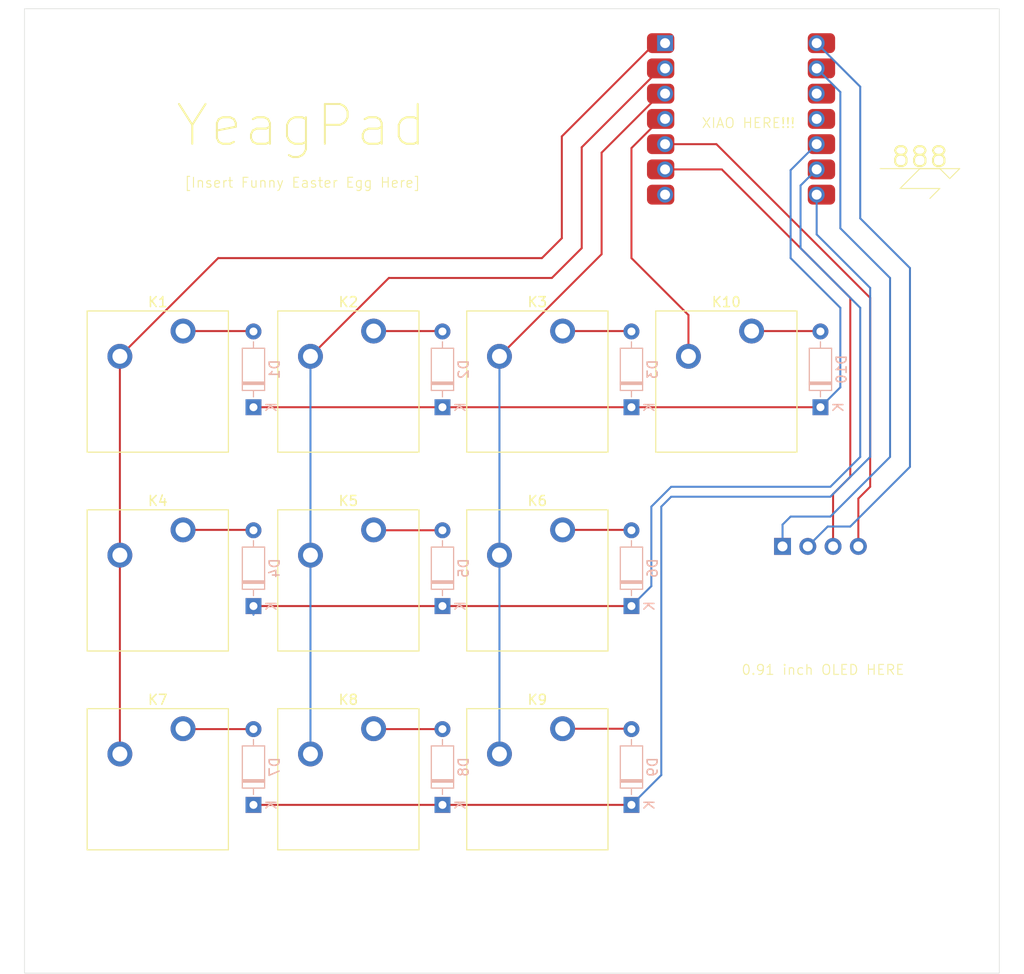
<source format=kicad_pcb>
(kicad_pcb (version 20240108) (generator "pcbnew") (generator_version "8.0")
  (layers (0 "F.Cu" signal) (31 "B.Cu" signal) (34 "B.Paste" user) (35 "F.Paste" user) (36 "B.SilkS" user "B.Silkscreen") (37 "F.SilkS" user "F.Silkscreen") (38 "B.Mask" user) (39 "F.Mask" user) (44 "Edge.Cuts" user))
  (net 0 "")
  (net 1 "Row 0")
  (net 2 "Net-(D1-A)")
  (net 3 "Net-(D2-A)")
  (net 4 "Net-(D3-A)")
  (net 5 "Row 1")
  (net 6 "Net-(D4-A)")
  (net 7 "Net-(D5-A)")
  (net 8 "Net-(D6-A)")
  (net 9 "Net-(D7-A)")
  (net 10 "Net-(D8-A)")
  (net 11 "Row 2")
  (net 12 "Net-(D9-A)")
  (net 13 "Net-(D10-A)")
  (net 14 "SDA")
  (net 15 "GND")
  (net 16 "SCL")
  (net 17 "VCC")
  (net 18 "Column 0")
  (net 19 "Column 1")
  (net 20 "Column 2")
  (net 21 "Column 4")
  (net 23 "+3V3")
  (footprint "ScottoKeebs_Components:OLED_128x64" (layer "F.Cu") (at 224 90)
    (property "Reference" "J1" (hide yes))
    (property "Value" "OLED_128x64")
    (pad "1" thru_hole rect (at -3.81 0 90) (size 1.7 1.7) (drill 1) (layers "*.Cu" "*.Mask") (net 15 "GND"))
    (pad "2" thru_hole oval (at -1.27 0 90) (size 1.7 1.7) (drill 1) (layers "*.Cu" "*.Mask") (net 17 "VCC"))
    (pad "3" thru_hole oval (at 1.27 0 90) (size 1.7 1.7) (drill 1) (layers "*.Cu" "*.Mask") (net 16 "SCL"))
    (pad "4" thru_hole oval (at 3.81 0 90) (size 1.7 1.7) (drill 1) (layers "*.Cu" "*.Mask") (net 14 "SDA"))
  )
  (footprint "MountingHole:MountingHole_3.2mm_M3" (layer "F.Cu") (at 235 43)
    (property "Reference" "REF**" (hide yes))
    (property "Value" "MountingHole_3.2mm_M3")
    (pad "" np_thru_hole circle (at 0 0) (size 3.2 3.2) (drill 3.2) (layers "*.Cu" "*.Mask"))
  )
  (footprint "ScottoKeebs_MCU:Seeed_XIAO_RP2040" (layer "F.Cu") (at 216 47)
    (property "Reference" "U1" (hide yes))
    (property "Value" "XIAO-RP2040-DIP")
    (pad "1" smd roundrect (at -8.065 -7.62) (size 2.75 2) (layers "F.Cu" "F.Paste" "F.Mask") (net 18 "Column 0"))
    (pad "1" thru_hole rect (at -7.62 -7.62 90) (size 1.6 1.6) (drill 1) (layers "*.Cu" "*.Mask") (net 18 "Column 0"))
    (pad "2" smd roundrect (at -8.065 -5.08) (size 2.75 2) (layers "F.Cu" "F.Paste" "F.Mask") (net 19 "Column 1"))
    (pad "2" thru_hole circle (at -7.62 -5.08 90) (size 1.6 1.6) (drill 1) (layers "*.Cu" "*.Mask") (net 19 "Column 1"))
    (pad "3" smd roundrect (at -8.065 -2.54) (size 2.75 2) (layers "F.Cu" "F.Paste" "F.Mask") (net 20 "Column 2"))
    (pad "3" thru_hole circle (at -7.62 -2.54 90) (size 1.6 1.6) (drill 1) (layers "*.Cu" "*.Mask") (net 20 "Column 2"))
    (pad "4" smd roundrect (at -8.065 0) (size 2.75 2) (layers "F.Cu" "F.Paste" "F.Mask") (net 21 "Column 4"))
    (pad "4" thru_hole circle (at -7.62 0 90) (size 1.6 1.6) (drill 1) (layers "*.Cu" "*.Mask") (net 21 "Column 4"))
    (pad "5" smd roundrect (at -8.065 2.54) (size 2.75 2) (layers "F.Cu" "F.Paste" "F.Mask") (net 14 "SDA"))
    (pad "5" thru_hole circle (at -7.62 2.54 90) (size 1.6 1.6) (drill 1) (layers "*.Cu" "*.Mask") (net 14 "SDA"))
    (pad "6" smd roundrect (at -8.065 5.08) (size 2.75 2) (layers "F.Cu" "F.Paste" "F.Mask") (net 16 "SCL"))
    (pad "6" thru_hole circle (at -7.62 5.08 90) (size 1.6 1.6) (drill 1) (layers "*.Cu" "*.Mask") (net 16 "SCL"))
    (pad "7" smd roundrect (at -8.065 7.62) (size 2.75 2) (layers "F.Cu" "F.Paste" "F.Mask"))
    (pad "7" thru_hole circle (at -7.62 7.62 90) (size 1.6 1.6) (drill 1) (layers "*.Cu" "*.Mask"))
    (pad "8" thru_hole circle (at 7.62 7.62 90) (size 1.6 1.6) (drill 1) (layers "*.Cu" "*.Mask") (net 11 "Row 2"))
    (pad "8" smd roundrect (at 8.1 7.62) (size 2.75 2) (layers "F.Cu" "F.Paste" "F.Mask") (net 11 "Row 2"))
    (pad "9" thru_hole circle (at 7.62 5.08 90) (size 1.6 1.6) (drill 1) (layers "*.Cu" "*.Mask") (net 5 "Row 1"))
    (pad "9" smd roundrect (at 8.1 5.08) (size 2.75 2) (layers "F.Cu" "F.Paste" "F.Mask") (net 5 "Row 1"))
    (pad "10" thru_hole circle (at 7.62 2.54 90) (size 1.6 1.6) (drill 1) (layers "*.Cu" "*.Mask") (net 1 "Row 0"))
    (pad "10" smd roundrect (at 8.1 2.54) (size 2.75 2) (layers "F.Cu" "F.Paste" "F.Mask") (net 1 "Row 0"))
    (pad "11" thru_hole circle (at 7.62 0 90) (size 1.6 1.6) (drill 1) (layers "*.Cu" "*.Mask"))
    (pad "11" smd roundrect (at 8.1 0) (size 2.75 2) (layers "F.Cu" "F.Paste" "F.Mask"))
    (pad "12" thru_hole circle (at 7.62 -2.54 90) (size 1.6 1.6) (drill 1) (layers "*.Cu" "*.Mask") (net 23 "+3V3"))
    (pad "12" smd roundrect (at 8.1 -2.54) (size 2.75 2) (layers "F.Cu" "F.Paste" "F.Mask") (net 23 "+3V3"))
    (pad "13" thru_hole circle (at 7.62 -5.08 90) (size 1.6 1.6) (drill 1) (layers "*.Cu" "*.Mask") (net 15 "GND"))
    (pad "13" smd roundrect (at 8.1 -5.08) (size 2.75 2) (layers "F.Cu" "F.Paste" "F.Mask") (net 15 "GND"))
    (pad "14" thru_hole circle (at 7.62 -7.62 90) (size 1.6 1.6) (drill 1) (layers "*.Cu" "*.Mask") (net 17 "VCC"))
    (pad "14" smd roundrect (at 8.1 -7.62) (size 2.75 2) (layers "F.Cu" "F.Paste" "F.Mask") (net 17 "VCC"))
  )
  (footprint "MountingHole:MountingHole_3.2mm_M3" (layer "F.Cu") (at 235 128)
    (property "Reference" "REF**" (hide yes))
    (property "Value" "MountingHole_3.2mm_M3")
    (pad "" np_thru_hole circle (at 0 0) (size 3.2 3.2) (drill 3.2) (layers "*.Cu" "*.Mask"))
  )
  (footprint "MountingHole:MountingHole_3.2mm_M3" (layer "F.Cu") (at 151 128)
    (property "Reference" "REF**" (hide yes))
    (property "Value" "MountingHole_3.2mm_M3")
    (pad "" np_thru_hole circle (at 0 0) (size 3.2 3.2) (drill 3.2) (layers "*.Cu" "*.Mask"))
  )
  (footprint "MountingHole:MountingHole_3.2mm_M3" (layer "F.Cu") (at 151 43)
    (property "Reference" "REF**" (hide yes))
    (property "Value" "MountingHole_3.2mm_M3")
    (pad "" np_thru_hole circle (at 0 0) (size 3.2 3.2) (drill 3.2) (layers "*.Cu" "*.Mask"))
  )
  (footprint "ScottoKeebs_MX:MX_PCB_1.00u" (layer "F.Cu") (at 157.38 73.42)
    (property "Reference" "K1" (at 0 -8 0) (layer "F.SilkS"))
    (property "Value" "SW_Push_45deg")
    (fp_line (start -7.1 -7.1) (end -7.1 7.1) (stroke (width 0.12)) (layer "F.SilkS"))
    (fp_line (start -7.1 7.1) (end 7.1 7.1) (stroke (width 0.12)) (layer "F.SilkS"))
    (fp_line (start 7.1 -7.1) (end -7.1 -7.1) (stroke (width 0.12)) (layer "F.SilkS"))
    (fp_line (start 7.1 7.1) (end 7.1 -7.1) (stroke (width 0.12)) (layer "F.SilkS"))
    (pad "" np_thru_hole circle (at -5.08 0) (size 1.75 1.75) (drill 1.75) (layers "*.Cu" "*.Mask"))
    (pad "" np_thru_hole circle (at 0 0) (size 4 4) (drill 4) (layers "*.Cu" "*.Mask"))
    (pad "" np_thru_hole circle (at 5.08 0) (size 1.75 1.75) (drill 1.75) (layers "*.Cu" "*.Mask"))
    (pad "1" thru_hole circle (at -3.81 -2.54) (size 2.5 2.5) (drill 1.5) (layers "*.Cu" "*.Mask") (net 18 "Column 0"))
    (pad "2" thru_hole circle (at 2.54 -5.08) (size 2.5 2.5) (drill 1.5) (layers "*.Cu" "*.Mask") (net 2 "Net-(D1-A)"))
  )
  (footprint "ScottoKeebs_MX:MX_PCB_1.00u" (layer "F.Cu") (at 214.54 73.42)
    (property "Reference" "K10" (at 0 -8 0) (layer "F.SilkS"))
    (property "Value" "SW_Push_45deg")
    (fp_line (start -7.1 -7.1) (end -7.1 7.1) (stroke (width 0.12)) (layer "F.SilkS"))
    (fp_line (start -7.1 7.1) (end 7.1 7.1) (stroke (width 0.12)) (layer "F.SilkS"))
    (fp_line (start 7.1 -7.1) (end -7.1 -7.1) (stroke (width 0.12)) (layer "F.SilkS"))
    (fp_line (start 7.1 7.1) (end 7.1 -7.1) (stroke (width 0.12)) (layer "F.SilkS"))
    (pad "" np_thru_hole circle (at -5.08 0) (size 1.75 1.75) (drill 1.75) (layers "*.Cu" "*.Mask"))
    (pad "" np_thru_hole circle (at 0 0) (size 4 4) (drill 4) (layers "*.Cu" "*.Mask"))
    (pad "" np_thru_hole circle (at 5.08 0) (size 1.75 1.75) (drill 1.75) (layers "*.Cu" "*.Mask"))
    (pad "1" thru_hole circle (at -3.81 -2.54) (size 2.5 2.5) (drill 1.5) (layers "*.Cu" "*.Mask") (net 21 "Column 4"))
    (pad "2" thru_hole circle (at 2.54 -5.08) (size 2.5 2.5) (drill 1.5) (layers "*.Cu" "*.Mask") (net 13 "Net-(D10-A)"))
  )
  (footprint "ScottoKeebs_MX:MX_PCB_1.00u" (layer "F.Cu") (at 157.38 113.42)
    (property "Reference" "K7" (at 0 -8 0) (layer "F.SilkS"))
    (property "Value" "SW_Push_45deg")
    (fp_line (start -7.1 -7.1) (end -7.1 7.1) (stroke (width 0.12)) (layer "F.SilkS"))
    (fp_line (start -7.1 7.1) (end 7.1 7.1) (stroke (width 0.12)) (layer "F.SilkS"))
    (fp_line (start 7.1 -7.1) (end -7.1 -7.1) (stroke (width 0.12)) (layer "F.SilkS"))
    (fp_line (start 7.1 7.1) (end 7.1 -7.1) (stroke (width 0.12)) (layer "F.SilkS"))
    (pad "" np_thru_hole circle (at -5.08 0) (size 1.75 1.75) (drill 1.75) (layers "*.Cu" "*.Mask"))
    (pad "" np_thru_hole circle (at 0 0) (size 4 4) (drill 4) (layers "*.Cu" "*.Mask"))
    (pad "" np_thru_hole circle (at 5.08 0) (size 1.75 1.75) (drill 1.75) (layers "*.Cu" "*.Mask"))
    (pad "1" thru_hole circle (at -3.81 -2.54) (size 2.5 2.5) (drill 1.5) (layers "*.Cu" "*.Mask") (net 18 "Column 0"))
    (pad "2" thru_hole circle (at 2.54 -5.08) (size 2.5 2.5) (drill 1.5) (layers "*.Cu" "*.Mask") (net 9 "Net-(D7-A)"))
  )
  (footprint "ScottoKeebs_MX:MX_PCB_1.00u" (layer "F.Cu") (at 195.54 93.42)
    (property "Reference" "K6" (at 0 -8 0) (layer "F.SilkS"))
    (property "Value" "SW_Push_45deg")
    (fp_line (start -7.1 -7.1) (end -7.1 7.1) (stroke (width 0.12)) (layer "F.SilkS"))
    (fp_line (start -7.1 7.1) (end 7.1 7.1) (stroke (width 0.12)) (layer "F.SilkS"))
    (fp_line (start 7.1 -7.1) (end -7.1 -7.1) (stroke (width 0.12)) (layer "F.SilkS"))
    (fp_line (start 7.1 7.1) (end 7.1 -7.1) (stroke (width 0.12)) (layer "F.SilkS"))
    (pad "" np_thru_hole circle (at -5.08 0) (size 1.75 1.75) (drill 1.75) (layers "*.Cu" "*.Mask"))
    (pad "" np_thru_hole circle (at 0 0) (size 4 4) (drill 4) (layers "*.Cu" "*.Mask"))
    (pad "" np_thru_hole circle (at 5.08 0) (size 1.75 1.75) (drill 1.75) (layers "*.Cu" "*.Mask"))
    (pad "1" thru_hole circle (at -3.81 -2.54) (size 2.5 2.5) (drill 1.5) (layers "*.Cu" "*.Mask") (net 20 "Column 2"))
    (pad "2" thru_hole circle (at 2.54 -5.08) (size 2.5 2.5) (drill 1.5) (layers "*.Cu" "*.Mask") (net 8 "Net-(D6-A)"))
  )
  (footprint "ScottoKeebs_MX:MX_PCB_1.00u" (layer "F.Cu") (at 195.54 113.42)
    (property "Reference" "K9" (at 0 -8 0) (layer "F.SilkS"))
    (property "Value" "SW_Push_45deg")
    (fp_line (start -7.1 -7.1) (end -7.1 7.1) (stroke (width 0.12)) (layer "F.SilkS"))
    (fp_line (start -7.1 7.1) (end 7.1 7.1) (stroke (width 0.12)) (layer "F.SilkS"))
    (fp_line (start 7.1 -7.1) (end -7.1 -7.1) (stroke (width 0.12)) (layer "F.SilkS"))
    (fp_line (start 7.1 7.1) (end 7.1 -7.1) (stroke (width 0.12)) (layer "F.SilkS"))
    (pad "" np_thru_hole circle (at -5.08 0) (size 1.75 1.75) (drill 1.75) (layers "*.Cu" "*.Mask"))
    (pad "" np_thru_hole circle (at 0 0) (size 4 4) (drill 4) (layers "*.Cu" "*.Mask"))
    (pad "" np_thru_hole circle (at 5.08 0) (size 1.75 1.75) (drill 1.75) (layers "*.Cu" "*.Mask"))
    (pad "1" thru_hole circle (at -3.81 -2.54) (size 2.5 2.5) (drill 1.5) (layers "*.Cu" "*.Mask") (net 20 "Column 2"))
    (pad "2" thru_hole circle (at 2.54 -5.08) (size 2.5 2.5) (drill 1.5) (layers "*.Cu" "*.Mask") (net 12 "Net-(D9-A)"))
  )
  (footprint "ScottoKeebs_MX:MX_PCB_1.00u" (layer "F.Cu") (at 157.38 93.42)
    (property "Reference" "K4" (at 0 -8 0) (layer "F.SilkS"))
    (property "Value" "SW_Push_45deg")
    (fp_line (start -7.1 -7.1) (end -7.1 7.1) (stroke (width 0.12)) (layer "F.SilkS"))
    (fp_line (start -7.1 7.1) (end 7.1 7.1) (stroke (width 0.12)) (layer "F.SilkS"))
    (fp_line (start 7.1 -7.1) (end -7.1 -7.1) (stroke (width 0.12)) (layer "F.SilkS"))
    (fp_line (start 7.1 7.1) (end 7.1 -7.1) (stroke (width 0.12)) (layer "F.SilkS"))
    (pad "" np_thru_hole circle (at -5.08 0) (size 1.75 1.75) (drill 1.75) (layers "*.Cu" "*.Mask"))
    (pad "" np_thru_hole circle (at 0 0) (size 4 4) (drill 4) (layers "*.Cu" "*.Mask"))
    (pad "" np_thru_hole circle (at 5.08 0) (size 1.75 1.75) (drill 1.75) (layers "*.Cu" "*.Mask"))
    (pad "1" thru_hole circle (at -3.81 -2.54) (size 2.5 2.5) (drill 1.5) (layers "*.Cu" "*.Mask") (net 18 "Column 0"))
    (pad "2" thru_hole circle (at 2.54 -5.08) (size 2.5 2.5) (drill 1.5) (layers "*.Cu" "*.Mask") (net 6 "Net-(D4-A)"))
  )
  (footprint "ScottoKeebs_MX:MX_PCB_1.00u" (layer "F.Cu") (at 176.54 113.42)
    (property "Reference" "K8" (at 0 -8 0) (layer "F.SilkS"))
    (property "Value" "SW_Push_45deg")
    (fp_line (start -7.1 -7.1) (end -7.1 7.1) (stroke (width 0.12)) (layer "F.SilkS"))
    (fp_line (start -7.1 7.1) (end 7.1 7.1) (stroke (width 0.12)) (layer "F.SilkS"))
    (fp_line (start 7.1 -7.1) (end -7.1 -7.1) (stroke (width 0.12)) (layer "F.SilkS"))
    (fp_line (start 7.1 7.1) (end 7.1 -7.1) (stroke (width 0.12)) (layer "F.SilkS"))
    (pad "" np_thru_hole circle (at -5.08 0) (size 1.75 1.75) (drill 1.75) (layers "*.Cu" "*.Mask"))
    (pad "" np_thru_hole circle (at 0 0) (size 4 4) (drill 4) (layers "*.Cu" "*.Mask"))
    (pad "" np_thru_hole circle (at 5.08 0) (size 1.75 1.75) (drill 1.75) (layers "*.Cu" "*.Mask"))
    (pad "1" thru_hole circle (at -3.81 -2.54) (size 2.5 2.5) (drill 1.5) (layers "*.Cu" "*.Mask") (net 19 "Column 1"))
    (pad "2" thru_hole circle (at 2.54 -5.08) (size 2.5 2.5) (drill 1.5) (layers "*.Cu" "*.Mask") (net 10 "Net-(D8-A)"))
  )
  (footprint "ScottoKeebs_MX:MX_PCB_1.00u" (layer "F.Cu") (at 195.54 73.42)
    (property "Reference" "K3" (at 0 -8 0) (layer "F.SilkS"))
    (property "Value" "SW_Push_45deg")
    (fp_line (start -7.1 -7.1) (end -7.1 7.1) (stroke (width 0.12)) (layer "F.SilkS"))
    (fp_line (start -7.1 7.1) (end 7.1 7.1) (stroke (width 0.12)) (layer "F.SilkS"))
    (fp_line (start 7.1 -7.1) (end -7.1 -7.1) (stroke (width 0.12)) (layer "F.SilkS"))
    (fp_line (start 7.1 7.1) (end 7.1 -7.1) (stroke (width 0.12)) (layer "F.SilkS"))
    (pad "" np_thru_hole circle (at -5.08 0) (size 1.75 1.75) (drill 1.75) (layers "*.Cu" "*.Mask"))
    (pad "" np_thru_hole circle (at 0 0) (size 4 4) (drill 4) (layers "*.Cu" "*.Mask"))
    (pad "" np_thru_hole circle (at 5.08 0) (size 1.75 1.75) (drill 1.75) (layers "*.Cu" "*.Mask"))
    (pad "1" thru_hole circle (at -3.81 -2.54) (size 2.5 2.5) (drill 1.5) (layers "*.Cu" "*.Mask") (net 20 "Column 2"))
    (pad "2" thru_hole circle (at 2.54 -5.08) (size 2.5 2.5) (drill 1.5) (layers "*.Cu" "*.Mask") (net 4 "Net-(D3-A)"))
  )
  (footprint "ScottoKeebs_MX:MX_PCB_1.00u" (layer "F.Cu") (at 176.54 73.42)
    (property "Reference" "K2" (at 0 -8 0) (layer "F.SilkS"))
    (property "Value" "SW_Push_45deg")
    (fp_line (start -7.1 -7.1) (end -7.1 7.1) (stroke (width 0.12)) (layer "F.SilkS"))
    (fp_line (start -7.1 7.1) (end 7.1 7.1) (stroke (width 0.12)) (layer "F.SilkS"))
    (fp_line (start 7.1 -7.1) (end -7.1 -7.1) (stroke (width 0.12)) (layer "F.SilkS"))
    (fp_line (start 7.1 7.1) (end 7.1 -7.1) (stroke (width 0.12)) (layer "F.SilkS"))
    (pad "" np_thru_hole circle (at -5.08 0) (size 1.75 1.75) (drill 1.75) (layers "*.Cu" "*.Mask"))
    (pad "" np_thru_hole circle (at 0 0) (size 4 4) (drill 4) (layers "*.Cu" "*.Mask"))
    (pad "" np_thru_hole circle (at 5.08 0) (size 1.75 1.75) (drill 1.75) (layers "*.Cu" "*.Mask"))
    (pad "1" thru_hole circle (at -3.81 -2.54) (size 2.5 2.5) (drill 1.5) (layers "*.Cu" "*.Mask") (net 19 "Column 1"))
    (pad "2" thru_hole circle (at 2.54 -5.08) (size 2.5 2.5) (drill 1.5) (layers "*.Cu" "*.Mask") (net 3 "Net-(D2-A)"))
  )
  (footprint "ScottoKeebs_MX:MX_PCB_1.00u" (layer "F.Cu") (at 176.54 93.42)
    (property "Reference" "K5" (at 0 -8 0) (layer "F.SilkS"))
    (property "Value" "SW_Push_45deg")
    (fp_line (start -7.1 -7.1) (end -7.1 7.1) (stroke (width 0.12)) (layer "F.SilkS"))
    (fp_line (start -7.1 7.1) (end 7.1 7.1) (stroke (width 0.12)) (layer "F.SilkS"))
    (fp_line (start 7.1 -7.1) (end -7.1 -7.1) (stroke (width 0.12)) (layer "F.SilkS"))
    (fp_line (start 7.1 7.1) (end 7.1 -7.1) (stroke (width 0.12)) (layer "F.SilkS"))
    (pad "" np_thru_hole circle (at -5.08 0) (size 1.75 1.75) (drill 1.75) (layers "*.Cu" "*.Mask"))
    (pad "" np_thru_hole circle (at 0 0) (size 4 4) (drill 4) (layers "*.Cu" "*.Mask"))
    (pad "" np_thru_hole circle (at 5.08 0) (size 1.75 1.75) (drill 1.75) (layers "*.Cu" "*.Mask"))
    (pad "1" thru_hole circle (at -3.81 -2.54) (size 2.5 2.5) (drill 1.5) (layers "*.Cu" "*.Mask") (net 19 "Column 1"))
    (pad "2" thru_hole circle (at 2.54 -5.08) (size 2.5 2.5) (drill 1.5) (layers "*.Cu" "*.Mask") (net 7 "Net-(D5-A)"))
  )
  (footprint "Diode_THT:D_DO-35_SOD27_P7.62mm_Horizontal" (layer "B.Cu") (at 167 116 90)
    (property "Reference" "D7" (at 3.81 2.12 90) (layer "B.SilkS") (effects (justify mirror)))
    (property "Value" "1N4148")
    (fp_line (start 5.93 -1.12) (end 1.69 -1.12) (stroke (width 0.12)) (layer "B.SilkS"))
    (fp_line (start 2.53 -1.12) (end 2.53 1.12) (stroke (width 0.12)) (layer "B.SilkS"))
    (fp_line (start 2.41 -1.12) (end 2.41 1.12) (stroke (width 0.12)) (layer "B.SilkS"))
    (fp_line (start 2.29 -1.12) (end 2.29 1.12) (stroke (width 0.12)) (layer "B.SilkS"))
    (fp_line (start 1.69 -1.12) (end 1.69 1.12) (stroke (width 0.12)) (layer "B.SilkS"))
    (fp_line (start 5.93 0) (end 6.58 0) (stroke (width 0.12)) (layer "B.SilkS"))
    (fp_line (start 1.69 0) (end 1.04 0) (stroke (width 0.12)) (layer "B.SilkS"))
    (fp_line (start 5.93 1.12) (end 5.93 -1.12) (stroke (width 0.12)) (layer "B.SilkS"))
    (fp_line (start 1.69 1.12) (end 5.93 1.12) (stroke (width 0.12)) (layer "B.SilkS"))
    (fp_text user "K" (at 0 1.8 90) (layer "B.SilkS") (effects (justify mirror)))
    (pad "1" thru_hole rect (at 0 0 90) (size 1.6 1.6) (drill 0.8) (layers "*.Cu" "*.Mask") (net 11 "Row 2"))
    (pad "2" thru_hole oval (at 7.62 0 90) (size 1.6 1.6) (drill 0.8) (layers "*.Cu" "*.Mask") (net 9 "Net-(D7-A)"))
  )
  (footprint "Diode_THT:D_DO-35_SOD27_P7.62mm_Horizontal" (layer "B.Cu") (at 186 96 90)
    (property "Reference" "D5" (at 3.81 2.12 90) (layer "B.SilkS") (effects (justify mirror)))
    (property "Value" "1N4148")
    (fp_line (start 5.93 -1.12) (end 1.69 -1.12) (stroke (width 0.12)) (layer "B.SilkS"))
    (fp_line (start 2.53 -1.12) (end 2.53 1.12) (stroke (width 0.12)) (layer "B.SilkS"))
    (fp_line (start 2.41 -1.12) (end 2.41 1.12) (stroke (width 0.12)) (layer "B.SilkS"))
    (fp_line (start 2.29 -1.12) (end 2.29 1.12) (stroke (width 0.12)) (layer "B.SilkS"))
    (fp_line (start 1.69 -1.12) (end 1.69 1.12) (stroke (width 0.12)) (layer "B.SilkS"))
    (fp_line (start 5.93 0) (end 6.58 0) (stroke (width 0.12)) (layer "B.SilkS"))
    (fp_line (start 1.69 0) (end 1.04 0) (stroke (width 0.12)) (layer "B.SilkS"))
    (fp_line (start 5.93 1.12) (end 5.93 -1.12) (stroke (width 0.12)) (layer "B.SilkS"))
    (fp_line (start 1.69 1.12) (end 5.93 1.12) (stroke (width 0.12)) (layer "B.SilkS"))
    (fp_text user "K" (at 0 1.8 90) (layer "B.SilkS") (effects (justify mirror)))
    (pad "1" thru_hole rect (at 0 0 90) (size 1.6 1.6) (drill 0.8) (layers "*.Cu" "*.Mask") (net 5 "Row 1"))
    (pad "2" thru_hole oval (at 7.62 0 90) (size 1.6 1.6) (drill 0.8) (layers "*.Cu" "*.Mask") (net 7 "Net-(D5-A)"))
  )
  (footprint "Diode_THT:D_DO-35_SOD27_P7.62mm_Horizontal" (layer "B.Cu") (at 205 116 90)
    (property "Reference" "D9" (at 3.81 2.12 90) (layer "B.SilkS") (effects (justify mirror)))
    (property "Value" "1N4148")
    (fp_line (start 5.93 -1.12) (end 1.69 -1.12) (stroke (width 0.12)) (layer "B.SilkS"))
    (fp_line (start 2.53 -1.12) (end 2.53 1.12) (stroke (width 0.12)) (layer "B.SilkS"))
    (fp_line (start 2.41 -1.12) (end 2.41 1.12) (stroke (width 0.12)) (layer "B.SilkS"))
    (fp_line (start 2.29 -1.12) (end 2.29 1.12) (stroke (width 0.12)) (layer "B.SilkS"))
    (fp_line (start 1.69 -1.12) (end 1.69 1.12) (stroke (width 0.12)) (layer "B.SilkS"))
    (fp_line (start 5.93 0) (end 6.58 0) (stroke (width 0.12)) (layer "B.SilkS"))
    (fp_line (start 1.69 0) (end 1.04 0) (stroke (width 0.12)) (layer "B.SilkS"))
    (fp_line (start 5.93 1.12) (end 5.93 -1.12) (stroke (width 0.12)) (layer "B.SilkS"))
    (fp_line (start 1.69 1.12) (end 5.93 1.12) (stroke (width 0.12)) (layer "B.SilkS"))
    (fp_text user "K" (at 0 1.8 90) (layer "B.SilkS") (effects (justify mirror)))
    (pad "1" thru_hole rect (at 0 0 90) (size 1.6 1.6) (drill 0.8) (layers "*.Cu" "*.Mask") (net 11 "Row 2"))
    (pad "2" thru_hole oval (at 7.62 0 90) (size 1.6 1.6) (drill 0.8) (layers "*.Cu" "*.Mask") (net 12 "Net-(D9-A)"))
  )
  (footprint "Diode_THT:D_DO-35_SOD27_P7.62mm_Horizontal" (layer "B.Cu") (at 167 76 90)
    (property "Reference" "D1" (at 3.81 2.12 90) (layer "B.SilkS") (effects (justify mirror)))
    (property "Value" "1N4148")
    (fp_line (start 5.93 -1.12) (end 1.69 -1.12) (stroke (width 0.12)) (layer "B.SilkS"))
    (fp_line (start 2.53 -1.12) (end 2.53 1.12) (stroke (width 0.12)) (layer "B.SilkS"))
    (fp_line (start 2.41 -1.12) (end 2.41 1.12) (stroke (width 0.12)) (layer "B.SilkS"))
    (fp_line (start 2.29 -1.12) (end 2.29 1.12) (stroke (width 0.12)) (layer "B.SilkS"))
    (fp_line (start 1.69 -1.12) (end 1.69 1.12) (stroke (width 0.12)) (layer "B.SilkS"))
    (fp_line (start 5.93 0) (end 6.58 0) (stroke (width 0.12)) (layer "B.SilkS"))
    (fp_line (start 1.69 0) (end 1.04 0) (stroke (width 0.12)) (layer "B.SilkS"))
    (fp_line (start 5.93 1.12) (end 5.93 -1.12) (stroke (width 0.12)) (layer "B.SilkS"))
    (fp_line (start 1.69 1.12) (end 5.93 1.12) (stroke (width 0.12)) (layer "B.SilkS"))
    (fp_text user "K" (at 0 1.8 90) (layer "B.SilkS") (effects (justify mirror)))
    (pad "1" thru_hole rect (at 0 0 90) (size 1.6 1.6) (drill 0.8) (layers "*.Cu" "*.Mask") (net 1 "Row 0"))
    (pad "2" thru_hole oval (at 7.62 0 90) (size 1.6 1.6) (drill 0.8) (layers "*.Cu" "*.Mask") (net 2 "Net-(D1-A)"))
  )
  (footprint "Diode_THT:D_DO-35_SOD27_P7.62mm_Horizontal" (layer "B.Cu") (at 167 96 90)
    (property "Reference" "D4" (at 3.81 2.12 90) (layer "B.SilkS") (effects (justify mirror)))
    (property "Value" "1N4148")
    (fp_line (start 5.93 -1.12) (end 1.69 -1.12) (stroke (width 0.12)) (layer "B.SilkS"))
    (fp_line (start 2.53 -1.12) (end 2.53 1.12) (stroke (width 0.12)) (layer "B.SilkS"))
    (fp_line (start 2.41 -1.12) (end 2.41 1.12) (stroke (width 0.12)) (layer "B.SilkS"))
    (fp_line (start 2.29 -1.12) (end 2.29 1.12) (stroke (width 0.12)) (layer "B.SilkS"))
    (fp_line (start 1.69 -1.12) (end 1.69 1.12) (stroke (width 0.12)) (layer "B.SilkS"))
    (fp_line (start 5.93 0) (end 6.58 0) (stroke (width 0.12)) (layer "B.SilkS"))
    (fp_line (start 1.69 0) (end 1.04 0) (stroke (width 0.12)) (layer "B.SilkS"))
    (fp_line (start 5.93 1.12) (end 5.93 -1.12) (stroke (width 0.12)) (layer "B.SilkS"))
    (fp_line (start 1.69 1.12) (end 5.93 1.12) (stroke (width 0.12)) (layer "B.SilkS"))
    (fp_text user "K" (at 0 1.8 90) (layer "B.SilkS") (effects (justify mirror)))
    (pad "1" thru_hole rect (at 0 0 90) (size 1.6 1.6) (drill 0.8) (layers "*.Cu" "*.Mask") (net 5 "Row 1"))
    (pad "2" thru_hole oval (at 7.62 0 90) (size 1.6 1.6) (drill 0.8) (layers "*.Cu" "*.Mask") (net 6 "Net-(D4-A)"))
  )
  (footprint "Diode_THT:D_DO-35_SOD27_P7.62mm_Horizontal" (layer "B.Cu") (at 186 116 90)
    (property "Reference" "D8" (at 3.81 2.12 90) (layer "B.SilkS") (effects (justify mirror)))
    (property "Value" "1N4148")
    (fp_line (start 5.93 -1.12) (end 1.69 -1.12) (stroke (width 0.12)) (layer "B.SilkS"))
    (fp_line (start 2.53 -1.12) (end 2.53 1.12) (stroke (width 0.12)) (layer "B.SilkS"))
    (fp_line (start 2.41 -1.12) (end 2.41 1.12) (stroke (width 0.12)) (layer "B.SilkS"))
    (fp_line (start 2.29 -1.12) (end 2.29 1.12) (stroke (width 0.12)) (layer "B.SilkS"))
    (fp_line (start 1.69 -1.12) (end 1.69 1.12) (stroke (width 0.12)) (layer "B.SilkS"))
    (fp_line (start 5.93 0) (end 6.58 0) (stroke (width 0.12)) (layer "B.SilkS"))
    (fp_line (start 1.69 0) (end 1.04 0) (stroke (width 0.12)) (layer "B.SilkS"))
    (fp_line (start 5.93 1.12) (end 5.93 -1.12) (stroke (width 0.12)) (layer "B.SilkS"))
    (fp_line (start 1.69 1.12) (end 5.93 1.12) (stroke (width 0.12)) (layer "B.SilkS"))
    (fp_text user "K" (at 0 1.8 90) (layer "B.SilkS") (effects (justify mirror)))
    (pad "1" thru_hole rect (at 0 0 90) (size 1.6 1.6) (drill 0.8) (layers "*.Cu" "*.Mask") (net 11 "Row 2"))
    (pad "2" thru_hole oval (at 7.62 0 90) (size 1.6 1.6) (drill 0.8) (layers "*.Cu" "*.Mask") (net 10 "Net-(D8-A)"))
  )
  (footprint "Diode_THT:D_DO-35_SOD27_P7.62mm_Horizontal" (layer "B.Cu") (at 186 76 90)
    (property "Reference" "D2" (at 3.81 2.12 90) (layer "B.SilkS") (effects (justify mirror)))
    (property "Value" "1N4148")
    (fp_line (start 5.93 -1.12) (end 1.69 -1.12) (stroke (width 0.12)) (layer "B.SilkS"))
    (fp_line (start 2.53 -1.12) (end 2.53 1.12) (stroke (width 0.12)) (layer "B.SilkS"))
    (fp_line (start 2.41 -1.12) (end 2.41 1.12) (stroke (width 0.12)) (layer "B.SilkS"))
    (fp_line (start 2.29 -1.12) (end 2.29 1.12) (stroke (width 0.12)) (layer "B.SilkS"))
    (fp_line (start 1.69 -1.12) (end 1.69 1.12) (stroke (width 0.12)) (layer "B.SilkS"))
    (fp_line (start 5.93 0) (end 6.58 0) (stroke (width 0.12)) (layer "B.SilkS"))
    (fp_line (start 1.69 0) (end 1.04 0) (stroke (width 0.12)) (layer "B.SilkS"))
    (fp_line (start 5.93 1.12) (end 5.93 -1.12) (stroke (width 0.12)) (layer "B.SilkS"))
    (fp_line (start 1.69 1.12) (end 5.93 1.12) (stroke (width 0.12)) (layer "B.SilkS"))
    (fp_text user "K" (at 0 1.8 90) (layer "B.SilkS") (effects (justify mirror)))
    (pad "1" thru_hole rect (at 0 0 90) (size 1.6 1.6) (drill 0.8) (layers "*.Cu" "*.Mask") (net 1 "Row 0"))
    (pad "2" thru_hole oval (at 7.62 0 90) (size 1.6 1.6) (drill 0.8) (layers "*.Cu" "*.Mask") (net 3 "Net-(D2-A)"))
  )
  (footprint "Diode_THT:D_DO-35_SOD27_P7.62mm_Horizontal" (layer "B.Cu") (at 205 96 90)
    (property "Reference" "D6" (at 3.81 2.12 90) (layer "B.SilkS") (effects (justify mirror)))
    (property "Value" "1N4148")
    (fp_line (start 5.93 -1.12) (end 1.69 -1.12) (stroke (width 0.12)) (layer "B.SilkS"))
    (fp_line (start 2.53 -1.12) (end 2.53 1.12) (stroke (width 0.12)) (layer "B.SilkS"))
    (fp_line (start 2.41 -1.12) (end 2.41 1.12) (stroke (width 0.12)) (layer "B.SilkS"))
    (fp_line (start 2.29 -1.12) (end 2.29 1.12) (stroke (width 0.12)) (layer "B.SilkS"))
    (fp_line (start 1.69 -1.12) (end 1.69 1.12) (stroke (width 0.12)) (layer "B.SilkS"))
    (fp_line (start 5.93 0) (end 6.58 0) (stroke (width 0.12)) (layer "B.SilkS"))
    (fp_line (start 1.69 0) (end 1.04 0) (stroke (width 0.12)) (layer "B.SilkS"))
    (fp_line (start 5.93 1.12) (end 5.93 -1.12) (stroke (width 0.12)) (layer "B.SilkS"))
    (fp_line (start 1.69 1.12) (end 5.93 1.12) (stroke (width 0.12)) (layer "B.SilkS"))
    (fp_text user "K" (at 0 1.8 90) (layer "B.SilkS") (effects (justify mirror)))
    (pad "1" thru_hole rect (at 0 0 90) (size 1.6 1.6) (drill 0.8) (layers "*.Cu" "*.Mask") (net 5 "Row 1"))
    (pad "2" thru_hole oval (at 7.62 0 90) (size 1.6 1.6) (drill 0.8) (layers "*.Cu" "*.Mask") (net 8 "Net-(D6-A)"))
  )
  (footprint "Diode_THT:D_DO-35_SOD27_P7.62mm_Horizontal" (layer "B.Cu") (at 224 76 90)
    (property "Reference" "D10" (at 3.81 2.12 90) (layer "B.SilkS") (effects (justify mirror)))
    (property "Value" "1N4148")
    (fp_line (start 5.93 -1.12) (end 1.69 -1.12) (stroke (width 0.12)) (layer "B.SilkS"))
    (fp_line (start 2.53 -1.12) (end 2.53 1.12) (stroke (width 0.12)) (layer "B.SilkS"))
    (fp_line (start 2.41 -1.12) (end 2.41 1.12) (stroke (width 0.12)) (layer "B.SilkS"))
    (fp_line (start 2.29 -1.12) (end 2.29 1.12) (stroke (width 0.12)) (layer "B.SilkS"))
    (fp_line (start 1.69 -1.12) (end 1.69 1.12) (stroke (width 0.12)) (layer "B.SilkS"))
    (fp_line (start 5.93 0) (end 6.58 0) (stroke (width 0.12)) (layer "B.SilkS"))
    (fp_line (start 1.69 0) (end 1.04 0) (stroke (width 0.12)) (layer "B.SilkS"))
    (fp_line (start 5.93 1.12) (end 5.93 -1.12) (stroke (width 0.12)) (layer "B.SilkS"))
    (fp_line (start 1.69 1.12) (end 5.93 1.12) (stroke (width 0.12)) (layer "B.SilkS"))
    (fp_text user "K" (at 0 1.8 90) (layer "B.SilkS") (effects (justify mirror)))
    (pad "1" thru_hole rect (at 0 0 90) (size 1.6 1.6) (drill 0.8) (layers "*.Cu" "*.Mask") (net 1 "Row 0"))
    (pad "2" thru_hole oval (at 7.62 0 90) (size 1.6 1.6) (drill 0.8) (layers "*.Cu" "*.Mask") (net 13 "Net-(D10-A)"))
  )
  (footprint "Diode_THT:D_DO-35_SOD27_P7.62mm_Horizontal" (layer "B.Cu") (at 205 76 90)
    (property "Reference" "D3" (at 3.81 2.12 90) (layer "B.SilkS") (effects (justify mirror)))
    (property "Value" "1N4148")
    (fp_line (start 5.93 -1.12) (end 1.69 -1.12) (stroke (width 0.12)) (layer "B.SilkS"))
    (fp_line (start 2.53 -1.12) (end 2.53 1.12) (stroke (width 0.12)) (layer "B.SilkS"))
    (fp_line (start 2.41 -1.12) (end 2.41 1.12) (stroke (width 0.12)) (layer "B.SilkS"))
    (fp_line (start 2.29 -1.12) (end 2.29 1.12) (stroke (width 0.12)) (layer "B.SilkS"))
    (fp_line (start 1.69 -1.12) (end 1.69 1.12) (stroke (width 0.12)) (layer "B.SilkS"))
    (fp_line (start 5.93 0) (end 6.58 0) (stroke (width 0.12)) (layer "B.SilkS"))
    (fp_line (start 1.69 0) (end 1.04 0) (stroke (width 0.12)) (layer "B.SilkS"))
    (fp_line (start 5.93 1.12) (end 5.93 -1.12) (stroke (width 0.12)) (layer "B.SilkS"))
    (fp_line (start 1.69 1.12) (end 5.93 1.12) (stroke (width 0.12)) (layer "B.SilkS"))
    (fp_text user "K" (at 0 1.8 90) (layer "B.SilkS") (effects (justify mirror)))
    (pad "1" thru_hole rect (at 0 0 90) (size 1.6 1.6) (drill 0.8) (layers "*.Cu" "*.Mask") (net 1 "Row 0"))
    (pad "2" thru_hole oval (at 7.62 0 90) (size 1.6 1.6) (drill 0.8) (layers "*.Cu" "*.Mask") (net 4 "Net-(D3-A)"))
  )
  (gr_line (start 234 52) (end 232 54) (stroke (width 0.1)) (layer "F.SilkS"))
  (gr_line (start 230 52) (end 238 52) (stroke (width 0.1)) (layer "F.SilkS"))
  (gr_line (start 236 54) (end 235 55) (stroke (width 0.1)) (layer "F.SilkS"))
  (gr_line (start 236 52) (end 234 52) (stroke (width 0.1)) (layer "F.SilkS"))
  (gr_line (start 237 53) (end 236 52) (stroke (width 0.1)) (layer "F.SilkS"))
  (gr_line (start 232 54) (end 236 54) (stroke (width 0.1)) (layer "F.SilkS"))
  (gr_line (start 238 52) (end 237 53) (stroke (width 0.1)) (layer "F.SilkS"))
  (gr_rect (start 143.98 35.92) (end 241.98 132.92) (stroke (width 0.05)) (fill none) (layer "Edge.Cuts"))
  (gr_text "YeagPad" (at 159 50 0) (layer "F.SilkS") (effects (font (size 4 4) (thickness 0.2) (bold yes)) (justify left bottom)))
  (gr_text "XIAO HERE!!!" (at 212 48 0) (layer "F.SilkS") (effects (font (size 1 1) (thickness 0.1)) (justify left bottom)))
  (gr_text "0.91 inch OLED HERE" (at 216 103 0) (layer "F.SilkS") (effects (font (size 1 1) (thickness 0.1)) (justify left bottom)))
  (gr_text "888" (at 231 52 0) (layer "F.SilkS") (effects (font (size 2 2) (thickness 0.2) (bold yes)) (justify left bottom)))
  (gr_text "[Insert Funny Easter Egg Here]" (at 160 54 0) (layer "F.SilkS") (effects (font (size 1 1) (thickness 0.1)) (justify left bottom)))
  (segment (start 186 76) (end 205 76) (width 0.2) (layer "F.Cu") (net 1))
  (segment (start 167 76) (end 186 76) (width 0.2) (layer "F.Cu") (net 1))
  (segment (start 205 76) (end 224 76) (width 0.2) (layer "F.Cu") (net 1))
  (segment (start 224 76) (end 226 74) (width 0.2) (layer "B.Cu") (net 1))
  (segment (start 226 66) (end 221 61) (width 0.2) (layer "B.Cu") (net 1))
  (segment (start 221 52.16) (end 223.62 49.54) (width 0.2) (layer "B.Cu") (net 1))
  (segment (start 167 76) (end 167.12 76) (width 0.2) (layer "B.Cu") (net 1))
  (segment (start 226 74) (end 226 66) (width 0.2) (layer "B.Cu") (net 1))
  (segment (start 221 61) (end 221 52.16) (width 0.2) (layer "B.Cu") (net 1))
  (segment (start 166.96 68.34) (end 167 68.38) (width 0.2) (layer "F.Cu") (net 2))
  (segment (start 159.92 68.34) (end 166.96 68.34) (width 0.2) (layer "F.Cu") (net 2))
  (segment (start 185.96 68.34) (end 186 68.38) (width 0.2) (layer "F.Cu") (net 3))
  (segment (start 179.08 68.34) (end 185.96 68.34) (width 0.2) (layer "F.Cu") (net 3))
  (segment (start 204.96 68.34) (end 205 68.38) (width 0.2) (layer "F.Cu") (net 4))
  (segment (start 198.08 68.34) (end 204.96 68.34) (width 0.2) (layer "F.Cu") (net 4))
  (segment (start 186 96) (end 205 96) (width 0.2) (layer "F.Cu") (net 5))
  (segment (start 167 96) (end 186 96) (width 0.2) (layer "F.Cu") (net 5))
  (segment (start 228 81) (end 228 66) (width 0.2) (layer "B.Cu") (net 5))
  (segment (start 207 86) (end 209 84) (width 0.2) (layer "B.Cu") (net 5))
  (segment (start 222 60) (end 222 53.7) (width 0.2) (layer "B.Cu") (net 5))
  (segment (start 205 96) (end 207 94) (width 0.2) (layer "B.Cu") (net 5))
  (segment (start 167 96) (end 167 96.88) (width 0.2) (layer "B.Cu") (net 5))
  (segment (start 207 94) (end 207 86) (width 0.2) (layer "B.Cu") (net 5))
  (segment (start 228 66) (end 222 60) (width 0.2) (layer "B.Cu") (net 5))
  (segment (start 205 96) (end 205.18 96) (width 0.2) (layer "B.Cu") (net 5))
  (segment (start 209 84) (end 225 84) (width 0.2) (layer "B.Cu") (net 5))
  (segment (start 225 84) (end 228 81) (width 0.2) (layer "B.Cu") (net 5))
  (segment (start 222 53.7) (end 223.62 52.08) (width 0.2) (layer "B.Cu") (net 5))
  (segment (start 166.96 88.34) (end 167 88.38) (width 0.2) (layer "F.Cu") (net 6))
  (segment (start 159.92 88.34) (end 166.96 88.34) (width 0.2) (layer "F.Cu") (net 6))
  (segment (start 186 88.38) (end 179.12 88.38) (width 0.2) (layer "F.Cu") (net 7))
  (segment (start 179.12 88.38) (end 179.08 88.34) (width 0.2) (layer "F.Cu") (net 7))
  (segment (start 204.96 88.34) (end 205 88.38) (width 0.2) (layer "F.Cu") (net 8))
  (segment (start 198.08 88.34) (end 204.96 88.34) (width 0.2) (layer "F.Cu") (net 8))
  (segment (start 167 108.38) (end 159.96 108.38) (width 0.2) (layer "F.Cu") (net 9))
  (segment (start 159.96 108.38) (end 159.92 108.34) (width 0.2) (layer "F.Cu") (net 9))
  (segment (start 186 108.38) (end 179.12 108.38) (width 0.2) (layer "F.Cu") (net 10))
  (segment (start 179.12 108.38) (end 179.08 108.34) (width 0.2) (layer "F.Cu") (net 10))
  (segment (start 186 116) (end 167 116) (width 0.2) (layer "F.Cu") (net 11))
  (segment (start 186 116) (end 205 116) (width 0.2) (layer "F.Cu") (net 11))
  (segment (start 223.62 58.62) (end 223.62 54.62) (width 0.2) (layer "B.Cu") (net 11))
  (segment (start 229 64) (end 223.62 58.62) (width 0.2) (layer "B.Cu") (net 11))
  (segment (start 208 86) (end 209 85) (width 0.2) (layer "B.Cu") (net 11))
  (segment (start 209 85) (end 225 85) (width 0.2) (layer "B.Cu") (net 11))
  (segment (start 205 116) (end 208 113) (width 0.2) (layer "B.Cu") (net 11))
  (segment (start 229 81) (end 229 64) (width 0.2) (layer "B.Cu") (net 11))
  (segment (start 208 113) (end 208 86) (width 0.2) (layer "B.Cu") (net 11))
  (segment (start 225 85) (end 229 81) (width 0.2) (layer "B.Cu") (net 11))
  (segment (start 198.08 108.34) (end 204.96 108.34) (width 0.2) (layer "F.Cu") (net 12))
  (segment (start 204.96 108.34) (end 205 108.38) (width 0.2) (layer "F.Cu") (net 12))
  (segment (start 223.96 68.34) (end 224 68.38) (width 0.2) (layer "F.Cu") (net 13))
  (segment (start 217.08 68.34) (end 223.96 68.34) (width 0.2) (layer "F.Cu") (net 13))
  (segment (start 213.54 49.54) (end 208.38 49.54) (width 0.2) (layer "F.Cu") (net 14))
  (segment (start 227.81 90) (end 227.81 85.19) (width 0.2) (layer "F.Cu") (net 14))
  (segment (start 229 65) (end 213.54 49.54) (width 0.2) (layer "F.Cu") (net 14))
  (segment (start 229 84) (end 229 65) (width 0.2) (layer "F.Cu") (net 14))
  (segment (start 227.81 85.19) (end 229 84) (width 0.2) (layer "F.Cu") (net 14))
  (segment (start 220.19 90) (end 220.19 87.81) (width 0.2) (layer "B.Cu") (net 15))
  (segment (start 221 87) (end 225 87) (width 0.2) (layer "B.Cu") (net 15))
  (segment (start 231 81) (end 231 63) (width 0.2) (layer "B.Cu") (net 15))
  (segment (start 226 58) (end 226 44.3) (width 0.2) (layer "B.Cu") (net 15))
  (segment (start 220.19 87.81) (end 221 87) (width 0.2) (layer "B.Cu") (net 15))
  (segment (start 226 44.3) (end 223.62 41.92) (width 0.2) (layer "B.Cu") (net 15))
  (segment (start 231 63) (end 226 58) (width 0.2) (layer "B.Cu") (net 15))
  (segment (start 225 87) (end 231 81) (width 0.2) (layer "B.Cu") (net 15))
  (segment (start 225.27 90) (end 225.27 84.73) (width 0.2) (layer "F.Cu") (net 16))
  (segment (start 227 83) (end 227 65) (width 0.2) (layer "F.Cu") (net 16))
  (segment (start 227 65) (end 214.08 52.08) (width 0.2) (layer "F.Cu") (net 16))
  (segment (start 214.08 52.08) (end 208.38 52.08) (width 0.2) (layer "F.Cu") (net 16))
  (segment (start 225.27 84.73) (end 227 83) (width 0.2) (layer "F.Cu") (net 16))
  (segment (start 228 43.76) (end 223.62 39.38) (width 0.2) (layer "B.Cu") (net 17))
  (segment (start 233 82) (end 233 62) (width 0.2) (layer "B.Cu") (net 17))
  (segment (start 228 57) (end 228 43.76) (width 0.2) (layer "B.Cu") (net 17))
  (segment (start 233 62) (end 228 57) (width 0.2) (layer "B.Cu") (net 17))
  (segment (start 227 88) (end 233 82) (width 0.2) (layer "B.Cu") (net 17))
  (segment (start 222.73 90) (end 224.73 88) (width 0.2) (layer "B.Cu") (net 17))
  (segment (start 224.73 88) (end 227 88) (width 0.2) (layer "B.Cu") (net 17))
  (segment (start 153.57 70.88) (end 153.57 90.88) (width 0.2) (layer "F.Cu") (net 18))
  (segment (start 163.45 61) (end 196 61) (width 0.2) (layer "F.Cu") (net 18))
  (segment (start 153.57 90.88) (end 153.57 110.88) (width 0.2) (layer "F.Cu") (net 18))
  (segment (start 207.38 39.38) (end 208.38 39.38) (width 0.2) (layer "F.Cu") (net 18))
  (segment (start 153.57 70.88) (end 163.45 61) (width 0.2) (layer "F.Cu") (net 18))
  (segment (start 198 48.76) (end 207.38 39.38) (width 0.2) (layer "F.Cu") (net 18))
  (segment (start 196 61) (end 198 59) (width 0.2) (layer "F.Cu") (net 18))
  (segment (start 198 59) (end 198 48.76) (width 0.2) (layer "F.Cu") (net 18))
  (segment (start 200 49.855) (end 207.935 41.92) (width 0.2) (layer "F.Cu") (net 19))
  (segment (start 197 63) (end 200 60) (width 0.2) (layer "F.Cu") (net 19))
  (segment (start 172.73 70.88) (end 180.61 63) (width 0.2) (layer "F.Cu") (net 19))
  (segment (start 200 60) (end 200 49.855) (width 0.2) (layer "F.Cu") (net 19))
  (segment (start 180.61 63) (end 197 63) (width 0.2) (layer "F.Cu") (net 19))
  (segment (start 172.73 70.88) (end 172.73 90.88) (width 0.2) (layer "B.Cu") (net 19))
  (segment (start 172.73 90.88) (end 172.73 110.88) (width 0.2) (layer "B.Cu") (net 19))
  (segment (start 202 50.395) (end 207.935 44.46) (width 0.2) (layer "F.Cu") (net 20))
  (segment (start 202 60.61) (end 202 50.395) (width 0.2) (layer "F.Cu") (net 20))
  (segment (start 191.73 70.88) (end 202 60.61) (width 0.2) (layer "F.Cu") (net 20))
  (segment (start 191.73 70.88) (end 191.73 90.88) (width 0.2) (layer "B.Cu") (net 20))
  (segment (start 191.73 90.88) (end 191.73 110.88) (width 0.2) (layer "B.Cu") (net 20))
  (segment (start 205 49.935) (end 207.935 47) (width 0.2) (layer "F.Cu") (net 21))
  (segment (start 210.73 66.73) (end 205 61) (width 0.2) (layer "F.Cu") (net 21))
  (segment (start 210.73 70.88) (end 210.73 66.73) (width 0.2) (layer "F.Cu") (net 21))
  (segment (start 205 61) (end 205 49.935) (width 0.2) (layer "F.Cu") (net 21))
)
</source>
